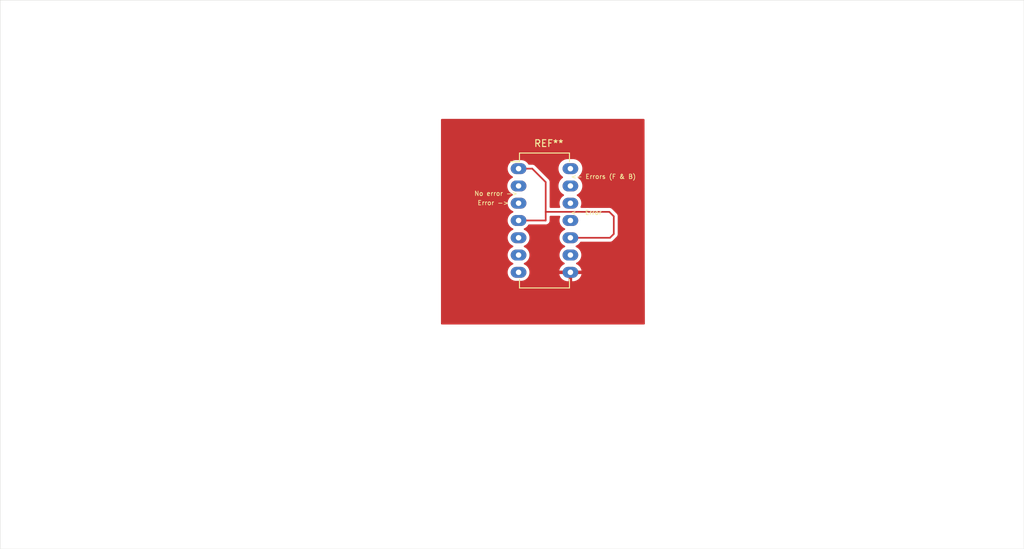
<source format=kicad_pcb>
(kicad_pcb (version 20210812) (generator pcbnew)
  (layers (0 "F.Cu" signal) (31 "B.Cu" signal) (34 "B.Paste" user) (35 "F.Paste" user) (36 "B.SilkS" user "B.Silkscreen") (37 "F.SilkS" user "F.Silkscreen") (38 "B.Mask" user) (39 "F.Mask" user) (44 "Edge.Cuts" user))
  (net 0 "")
  (net 1 "signal")
  (net 2 "GND")
  (footprint "Housings_DIP:DIP-14_W7.62mm_LongPads" (layer "F.Cu") (at 154.305 74.93)
    (fp_text reference "REF**" (at 4.445 -3.7084) (layer "F.SilkS"))
    (fp_text value "DIP-14_W7.62mm_LongPads" hide)
    (fp_line (start 0.135 -2.295) (end 0.135 -1.025) (layer "F.SilkS") (width 0.15))
    (fp_line (start 0.135 -2.295) (end 7.485 -2.295) (layer "F.SilkS") (width 0.15))
    (fp_line (start 0.135 -1.025) (end -1.15 -1.025) (layer "F.SilkS") (width 0.15))
    (fp_line (start 0.135 17.535) (end 0.135 16.265) (layer "F.SilkS") (width 0.15))
    (fp_line (start 0.135 17.535) (end 7.485 17.535) (layer "F.SilkS") (width 0.15))
    (fp_line (start 7.485 -2.295) (end 7.485 -1.025) (layer "F.SilkS") (width 0.15))
    (fp_line (start 7.485 17.535) (end 7.485 16.265) (layer "F.SilkS") (width 0.15))
    (pad "1" thru_hole oval (at 0 0) (size 2.3 1.6) (drill 0.8) (layers *.Cu *.Mask) (net 1 "signal"))
    (pad "2" thru_hole oval (at 0 2.54) (size 2.3 1.6) (drill 0.8) (layers *.Cu *.Mask) (clearance 0.5))
    (pad "2" thru_hole oval (at 0 5.08) (size 2.3 1.6) (drill 0.8) (layers *.Cu *.Mask))
    (pad "4" thru_hole oval (at 0 7.62) (size 2.3 1.6) (drill 0.8) (layers *.Cu *.Mask) (net 1 "signal"))
    (pad "5" thru_hole oval (at 0 10.16) (size 2.3 1.6) (drill 0.8) (layers *.Cu *.Mask))
    (pad "6" thru_hole oval (at 0 12.7) (size 2.3 1.6) (drill 0.8) (layers *.Cu *.Mask))
    (pad "7" thru_hole oval (at 0 15.24) (size 2.3 1.6) (drill 0.8) (layers *.Cu *.Mask))
    (pad "8" thru_hole oval (at 7.62 15.24) (size 2.3 1.6) (drill 0.8) (layers *.Cu *.Mask) (net 2 "GND"))
    (pad "9" thru_hole oval (at 7.62 12.7) (size 2.3 1.6) (drill 0.8) (layers *.Cu *.Mask))
    (pad "10" thru_hole oval (at 7.62 10.16) (size 2.3 1.6) (drill 0.8) (layers *.Cu *.Mask) (net 1 "signal"))
    (pad "11" thru_hole oval (at 7.62 7.62) (size 2.3 1.6) (drill 0.8) (layers *.Cu *.Mask))
    (pad "12" thru_hole oval (at 7.62 5.08) (size 2.3 1.6) (drill 0.8) (layers *.Cu *.Mask))
    (pad "13" thru_hole oval (at 7.62 2.54) (size 2.3 1.6) (drill 0.8) (layers *.Cu *.Mask) (clearance 0.6))
    (pad "14" thru_hole oval (at 7.62 0) (size 2.3 1.6) (drill 0.8) (layers *.Cu *.Mask) (clearance 0.6))
  )
  (gr_rect (start 78.105 50.165) (end 228.6 130.81) (layer "Edge.Cuts") (width 0.05) (fill none))
  (gr_text "No error ->" (at 150.9776 78.5876) (layer "F.SilkS") (effects (font (size 0.66 0.66) (thickness 0.1))))
  (gr_text "Error ->" (at 150.5712 79.9592) (layer "F.SilkS") (effects (font (size 0.66 0.66) (thickness 0.1))))
  (gr_text "<- Error" (at 164.2364 81.3816) (layer "F.SilkS") (effects (font (size 0.66 0.66) (thickness 0.1))))
  (gr_text "<- Errors (F & B)" (at 166.7764 76.0984) (layer "F.SilkS") (effects (font (size 0.66 0.66) (thickness 0.1))))
  (segment (start 168.3004 81.9404) (end 167.64 81.28) (width 0.25) (layer "F.Cu") (net 1))
  (segment (start 167.7416 85.09) (end 168.3004 84.5312) (width 0.25) (layer "F.Cu") (net 1))
  (segment (start 156.3116 74.93) (end 158.2928 76.9112) (width 0.25) (layer "F.Cu") (net 1))
  (segment (start 158.2928 82.55) (end 158.2928 76.9112) (width 0.25) (layer "F.Cu") (net 1))
  (segment (start 158.2928 81.28) (end 167.64 81.28) (width 0.25) (layer "F.Cu") (net 1))
  (segment (start 154.305 82.55) (end 158.2928 82.55) (width 0.25) (layer "F.Cu") (net 1))
  (segment (start 154.305 74.93) (end 156.3116 74.93) (width 0.25) (layer "F.Cu") (net 1))
  (segment (start 161.925 85.09) (end 167.7416 85.09) (width 0.25) (layer "F.Cu") (net 1))
  (segment (start 168.3004 84.5312) (end 168.3004 81.9404) (width 0.25) (layer "F.Cu") (net 1))
  (zone (net 2) (net_name "GND") (layer "F.Cu") (connect_pads (clearance 0.45)) (min_thickness 0.254) (fill yes (thermal_gap 0.508) (thermal_bridge_width 0.508))
    (polygon (pts (xy 172.8724 97.8408) (xy 142.9004 97.8408) (xy 142.9004 67.6148) (xy 172.8216 67.6148)))
  )
)
</source>
